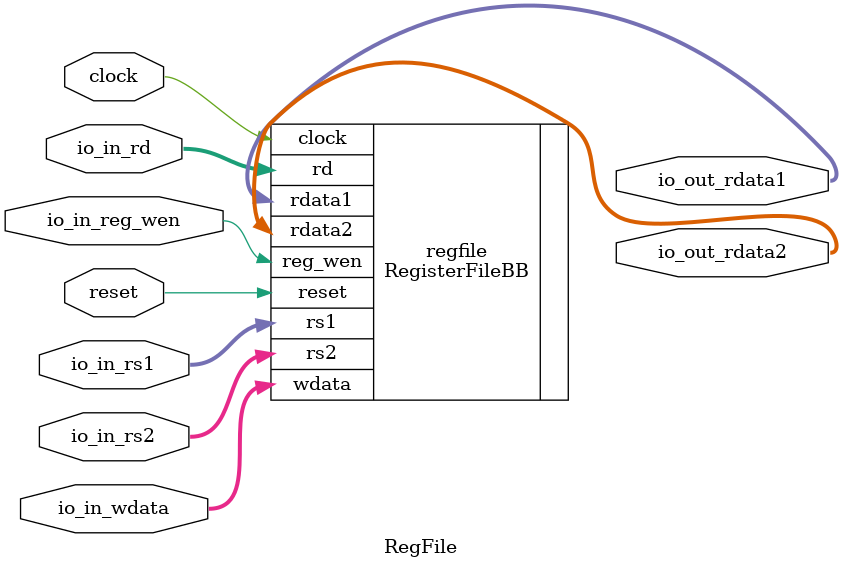
<source format=sv>
`ifndef RANDOMIZE
  `ifdef RANDOMIZE_REG_INIT
    `define RANDOMIZE
  `endif // RANDOMIZE_REG_INIT
`endif // not def RANDOMIZE
`ifndef RANDOMIZE
  `ifdef RANDOMIZE_MEM_INIT
    `define RANDOMIZE
  `endif // RANDOMIZE_MEM_INIT
`endif // not def RANDOMIZE

`ifndef RANDOM
  `define RANDOM $random
`endif // not def RANDOM

// Users can define INIT_RANDOM as general code that gets injected into the
// initializer block for modules with registers.
`ifndef INIT_RANDOM
  `define INIT_RANDOM
`endif // not def INIT_RANDOM

// If using random initialization, you can also define RANDOMIZE_DELAY to
// customize the delay used, otherwise 0.002 is used.
`ifndef RANDOMIZE_DELAY
  `define RANDOMIZE_DELAY 0.002
`endif // not def RANDOMIZE_DELAY

// Define INIT_RANDOM_PROLOG_ for use in our modules below.
`ifndef INIT_RANDOM_PROLOG_
  `ifdef RANDOMIZE
    `ifdef VERILATOR
      `define INIT_RANDOM_PROLOG_ `INIT_RANDOM
    `else  // VERILATOR
      `define INIT_RANDOM_PROLOG_ `INIT_RANDOM #`RANDOMIZE_DELAY begin end
    `endif // VERILATOR
  `else  // RANDOMIZE
    `define INIT_RANDOM_PROLOG_
  `endif // RANDOMIZE
`endif // not def INIT_RANDOM_PROLOG_

// Include register initializers in init blocks unless synthesis is set
`ifndef SYNTHESIS
  `ifndef ENABLE_INITIAL_REG_
    `define ENABLE_INITIAL_REG_
  `endif // not def ENABLE_INITIAL_REG_
`endif // not def SYNTHESIS

// Include rmemory initializers in init blocks unless synthesis is set
`ifndef SYNTHESIS
  `ifndef ENABLE_INITIAL_MEM_
    `define ENABLE_INITIAL_MEM_
  `endif // not def ENABLE_INITIAL_MEM_
`endif // not def SYNTHESIS

module RegFile(	// <stdin>:2015:10
  input         clock,	// <stdin>:2016:11
                reset,	// <stdin>:2017:11
  input  [4:0]  io_in_rs1,	// src/main/scala/rv32e/utils/regfile.scala:43:16
                io_in_rs2,	// src/main/scala/rv32e/utils/regfile.scala:43:16
                io_in_rd,	// src/main/scala/rv32e/utils/regfile.scala:43:16
  input  [31:0] io_in_wdata,	// src/main/scala/rv32e/utils/regfile.scala:43:16
  input         io_in_reg_wen,	// src/main/scala/rv32e/utils/regfile.scala:43:16
  output [31:0] io_out_rdata1,	// src/main/scala/rv32e/utils/regfile.scala:43:16
                io_out_rdata2	// src/main/scala/rv32e/utils/regfile.scala:43:16
);

  RegisterFileBB regfile (	// src/main/scala/rv32e/utils/regfile.scala:48:25
    .clock   (clock),
    .reset   (reset),
    .rs1     (io_in_rs1),
    .rs2     (io_in_rs2),
    .rd      (io_in_rd),
    .wdata   (io_in_wdata),
    .reg_wen (io_in_reg_wen),
    .rdata1  (io_out_rdata1),
    .rdata2  (io_out_rdata2)
  );
endmodule


</source>
